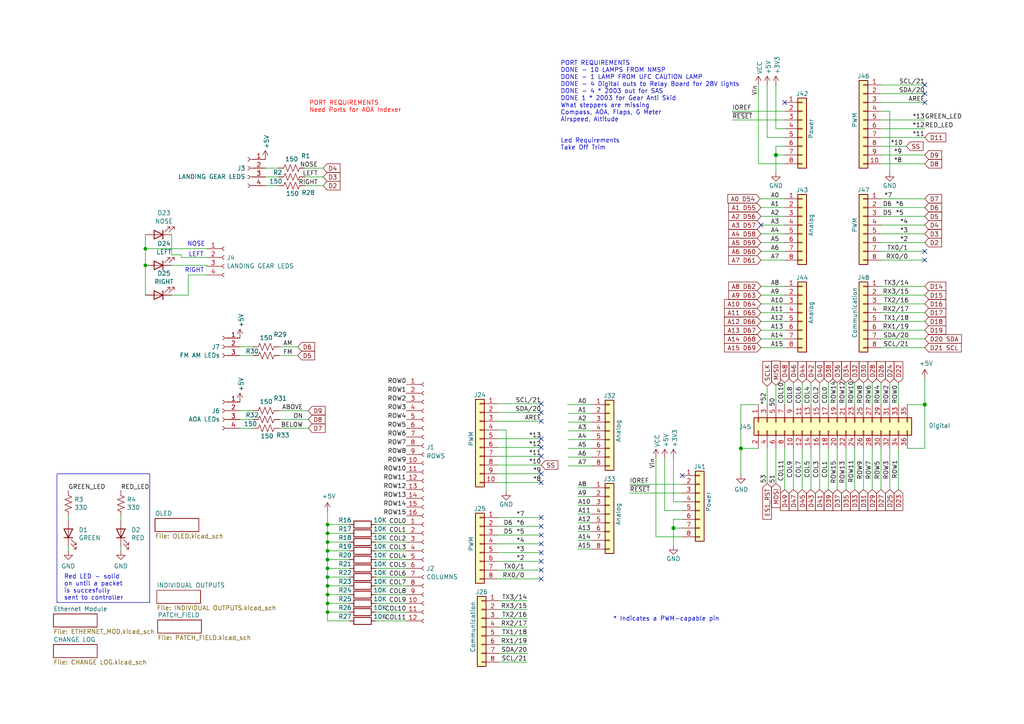
<source format=kicad_sch>
(kicad_sch (version 20231120) (generator "eeschema") (generator_version "8.0")
  (paper "A4")
  (title_block (date "2024-09-10") (rev "1.1"))
  (junction (at 94.996 164.846))
  (junction (at 94.996 157.226))
  (junction (at 94.996 172.466))
  (junction (at 214.884 130.048) (diameter 1.016))
  (junction (at 225.044 44.958) (diameter 1.016))
  (junction (at 42.164 72.136))
  (junction (at 94.996 167.386))
  (junction (at 94.996 177.546))
  (junction (at 42.164 76.962))
  (junction (at 94.996 152.146))
  (junction (at 94.996 159.766))
  (junction (at 94.996 154.686))
  (junction (at 94.996 169.926))
  (junction (at 94.996 175.006))
  (junction (at 94.996 162.306))
  (junction (at 195.326 153.162) (diameter 1.016))
  (junction (at 268.224 117.348) (diameter 1.016))
  (no_connect (at 156.972 167.894))
  (no_connect (at 156.972 162.814))
  (no_connect (at 156.972 117.094))
  (no_connect (at 156.972 165.354))
  (no_connect (at 156.972 129.794))
  (no_connect (at 156.972 122.174))
  (no_connect (at 156.972 132.334))
  (no_connect (at 156.972 139.954))
  (no_connect (at 156.972 152.654))
  (no_connect (at 156.972 119.634))
  (no_connect (at 156.972 137.414))
  (no_connect (at 156.972 150.114))
  (no_connect (at 197.866 137.922))
  (no_connect (at 156.972 160.274))
  (no_connect (at 220.726 65.278))
  (no_connect (at 156.972 155.194))
  (no_connect (at 156.972 127.254))
  (no_connect (at 227.584 29.718))
  (no_connect (at 268.224 29.718))
  (no_connect (at 268.224 27.178))
  (no_connect (at 268.224 24.638))
  (no_connect (at 268.224 72.898))
  (no_connect (at 268.224 75.438))
  (no_connect (at 156.972 157.734))
  (wire (pts (xy 108.966 175.006) (xy 117.856 175.006)))
  (wire (pts (xy 255.524 75.438) (xy 268.224 75.438)))
  (wire (pts (xy 255.524 42.418) (xy 262.89 42.418)))
  (wire (pts (xy 220.472 57.658) (xy 227.584 57.658)))
  (polyline (pts (xy 43.434 174.752) (xy 43.434 137.414)))
  (wire (pts (xy 76.962 53.848) (xy 80.772 53.848)))
  (wire (pts (xy 81.026 103.124) (xy 86.36 103.124)))
  (wire (pts (xy 94.996 175.006) (xy 94.996 177.546)))
  (wire (pts (xy 144.272 167.894) (xy 156.972 167.894)))
  (wire (pts (xy 101.346 169.926) (xy 94.996 169.926)))
  (wire (pts (xy 220.726 62.738) (xy 227.584 62.738)))
  (wire (pts (xy 69.596 100.584) (xy 73.406 100.584)))
  (wire (pts (xy 190.246 155.702) (xy 190.246 132.842)))
  (wire (pts (xy 76.962 48.768) (xy 80.772 48.768)))
  (wire (pts (xy 237.744 110.998) (xy 237.744 117.348)))
  (wire (pts (xy 220.726 83.058) (xy 227.584 83.058)))
  (wire (pts (xy 255.524 24.638) (xy 268.224 24.638)))
  (polyline (pts (xy 16.51 137.414) (xy 43.434 137.414)))
  (wire (pts (xy 220.726 100.838) (xy 227.584 100.838)))
  (wire (pts (xy 146.812 124.714) (xy 146.812 142.494)))
  (wire (pts (xy 144.272 160.274) (xy 156.972 160.274)))
  (wire (pts (xy 54.61 85.598) (xy 54.61 79.756)))
  (wire (pts (xy 268.224 117.348) (xy 268.224 130.048)))
  (wire (pts (xy 101.346 152.146) (xy 94.996 152.146)))
  (wire (pts (xy 309.372 70.358) (xy 315.468 70.358)))
  (wire (pts (xy 219.964 117.348) (xy 214.884 117.348)))
  (wire (pts (xy 220.726 90.678) (xy 227.584 90.678)))
  (wire (pts (xy 164.846 130.048) (xy 171.704 130.048)))
  (wire (pts (xy 81.026 119.126) (xy 89.408 119.126)))
  (wire (pts (xy 245.364 110.998) (xy 245.364 117.348)))
  (wire (pts (xy 255.524 88.138) (xy 268.224 88.138)))
  (wire (pts (xy 225.044 42.418) (xy 225.044 44.958)))
  (wire (pts (xy 220.726 75.438) (xy 227.584 75.438)))
  (wire (pts (xy 101.346 157.226) (xy 94.996 157.226)))
  (wire (pts (xy 242.824 130.048) (xy 242.824 141.986)))
  (wire (pts (xy 232.664 110.998) (xy 232.664 117.348)))
  (wire (pts (xy 164.846 135.128) (xy 171.704 135.128)))
  (wire (pts (xy 108.966 164.846) (xy 117.856 164.846)))
  (wire (pts (xy 42.164 76.962) (xy 42.164 85.598)))
  (wire (pts (xy 197.866 155.702) (xy 190.246 155.702)))
  (wire (pts (xy 94.996 180.086) (xy 101.346 180.086)))
  (wire (pts (xy 225.044 111.76) (xy 225.044 117.348)))
  (wire (pts (xy 94.996 177.546) (xy 101.346 177.546)))
  (wire (pts (xy 144.272 132.334) (xy 156.972 132.334)))
  (wire (pts (xy 94.996 177.546) (xy 94.996 180.086)))
  (wire (pts (xy 81.026 100.584) (xy 86.36 100.584)))
  (wire (pts (xy 49.784 85.598) (xy 54.61 85.598)))
  (wire (pts (xy 108.966 154.686) (xy 117.856 154.686)))
  (wire (pts (xy 101.346 162.306) (xy 94.996 162.306)))
  (wire (pts (xy 225.044 44.958) (xy 225.044 50.038)))
  (wire (pts (xy 167.64 154.178) (xy 171.704 154.178)))
  (wire (pts (xy 255.524 130.048) (xy 255.524 141.986)))
  (wire (pts (xy 182.626 140.462) (xy 197.866 140.462)))
  (wire (pts (xy 225.044 37.338) (xy 227.584 37.338)))
  (wire (pts (xy 144.272 137.414) (xy 156.972 137.414)))
  (wire (pts (xy 240.284 130.048) (xy 240.284 141.986)))
  (wire (pts (xy 182.626 143.002) (xy 197.866 143.002)))
  (wire (pts (xy 222.504 39.878) (xy 227.584 39.878)))
  (wire (pts (xy 245.364 130.048) (xy 245.364 141.986)))
  (wire (pts (xy 69.596 121.666) (xy 73.406 121.666)))
  (wire (pts (xy 19.812 149.86) (xy 19.812 150.876)))
  (wire (pts (xy 222.504 24.638) (xy 222.504 39.878)))
  (wire (pts (xy 230.124 130.048) (xy 230.124 141.986)))
  (polyline (pts (xy 16.51 137.668) (xy 16.51 174.752)))
  (wire (pts (xy 252.984 130.048) (xy 252.984 141.986)))
  (wire (pts (xy 94.996 148.336) (xy 94.996 152.146)))
  (wire (pts (xy 220.726 72.898) (xy 227.584 72.898)))
  (wire (pts (xy 144.272 152.654) (xy 156.972 152.654)))
  (wire (pts (xy 108.966 180.086) (xy 117.856 180.086)))
  (wire (pts (xy 255.524 34.798) (xy 268.224 34.798)))
  (wire (pts (xy 220.726 98.298) (xy 227.584 98.298)))
  (wire (pts (xy 108.966 157.226) (xy 117.856 157.226)))
  (wire (pts (xy 225.044 24.638) (xy 225.044 37.338)))
  (wire (pts (xy 220.726 88.138) (xy 227.584 88.138)))
  (wire (pts (xy 255.524 57.658) (xy 268.224 57.658)))
  (wire (pts (xy 255.524 37.338) (xy 268.224 37.338)))
  (wire (pts (xy 255.524 60.198) (xy 268.224 60.198)))
  (wire (pts (xy 144.78 174.244) (xy 152.908 174.244)))
  (wire (pts (xy 144.272 119.634) (xy 156.972 119.634)))
  (wire (pts (xy 167.64 144.018) (xy 171.704 144.018)))
  (wire (pts (xy 255.524 90.678) (xy 268.224 90.678)))
  (wire (pts (xy 164.846 122.428) (xy 171.704 122.428)))
  (wire (pts (xy 192.786 132.842) (xy 192.786 148.082)))
  (wire (pts (xy 195.326 132.842) (xy 195.326 145.542)))
  (wire (pts (xy 255.524 95.758) (xy 268.224 95.758)))
  (wire (pts (xy 195.326 150.622) (xy 195.326 153.162)))
  (wire (pts (xy 54.61 79.756) (xy 59.944 79.756)))
  (wire (pts (xy 144.78 179.324) (xy 152.908 179.324)))
  (wire (pts (xy 164.846 127.508) (xy 171.704 127.508)))
  (wire (pts (xy 167.64 149.098) (xy 171.704 149.098)))
  (wire (pts (xy 144.272 124.714) (xy 146.812 124.714)))
  (wire (pts (xy 214.884 117.348) (xy 214.884 130.048)))
  (wire (pts (xy 101.346 175.006) (xy 94.996 175.006)))
  (wire (pts (xy 101.346 172.466) (xy 94.996 172.466)))
  (wire (pts (xy 219.964 130.048) (xy 214.884 130.048)))
  (wire (pts (xy 101.346 154.686) (xy 94.996 154.686)))
  (wire (pts (xy 255.524 44.958) (xy 268.224 44.958)))
  (wire (pts (xy 108.966 162.306) (xy 117.856 162.306)))
  (wire (pts (xy 144.272 165.354) (xy 156.972 165.354)))
  (wire (pts (xy 220.726 67.818) (xy 227.584 67.818)))
  (wire (pts (xy 144.272 157.734) (xy 156.972 157.734)))
  (wire (pts (xy 235.204 110.998) (xy 235.204 117.348)))
  (wire (pts (xy 108.966 172.466) (xy 117.856 172.466)))
  (wire (pts (xy 250.444 130.048) (xy 250.444 141.986)))
  (wire (pts (xy 255.524 65.278) (xy 268.224 65.278)))
  (wire (pts (xy 101.346 159.766) (xy 94.996 159.766)))
  (wire (pts (xy 242.824 110.998) (xy 242.824 117.348)))
  (wire (pts (xy 237.744 130.048) (xy 237.744 141.986)))
  (wire (pts (xy 76.962 51.308) (xy 80.772 51.308)))
  (wire (pts (xy 144.272 129.794) (xy 156.972 129.794)))
  (wire (pts (xy 49.784 68.072) (xy 49.784 73.914)))
  (wire (pts (xy 227.584 130.048) (xy 227.584 141.986)))
  (wire (pts (xy 220.726 70.358) (xy 227.584 70.358)))
  (wire (pts (xy 195.326 153.162) (xy 195.326 158.242)))
  (wire (pts (xy 212.344 32.258) (xy 227.584 32.258)))
  (wire (pts (xy 144.78 176.784) (xy 152.908 176.784)))
  (wire (pts (xy 94.996 172.466) (xy 94.996 175.006)))
  (wire (pts (xy 197.866 150.622) (xy 195.326 150.622)))
  (wire (pts (xy 167.64 156.718) (xy 171.704 156.718)))
  (wire (pts (xy 49.784 73.914) (xy 52.578 73.914)))
  (wire (pts (xy 255.524 85.598) (xy 268.224 85.598)))
  (wire (pts (xy 268.224 109.728) (xy 268.224 117.348)))
  (wire (pts (xy 35.052 158.496) (xy 35.052 159.766)))
  (wire (pts (xy 258.064 32.258) (xy 258.064 50.038)))
  (wire (pts (xy 144.272 162.814) (xy 156.972 162.814)))
  (wire (pts (xy 94.996 169.926) (xy 94.996 172.466)))
  (wire (pts (xy 255.524 100.838) (xy 268.224 100.838)))
  (wire (pts (xy 167.64 159.258) (xy 171.704 159.258)))
  (wire (pts (xy 144.78 192.024) (xy 152.908 192.024)))
  (wire (pts (xy 255.524 29.718) (xy 268.224 29.718)))
  (wire (pts (xy 49.784 76.962) (xy 59.944 76.962)))
  (wire (pts (xy 167.64 141.478) (xy 171.704 141.478)))
  (wire (pts (xy 263.144 117.348) (xy 268.224 117.348)))
  (wire (pts (xy 260.604 110.998) (xy 260.604 117.348)))
  (wire (pts (xy 255.524 93.218) (xy 268.224 93.218)))
  (wire (pts (xy 42.164 72.136) (xy 42.164 76.962)))
  (wire (pts (xy 220.726 65.278) (xy 227.584 65.278)))
  (wire (pts (xy 81.026 124.206) (xy 89.408 124.206)))
  (wire (pts (xy 35.052 149.86) (xy 35.052 150.876)))
  (wire (pts (xy 144.78 186.944) (xy 152.908 186.944)))
  (wire (pts (xy 52.578 74.676) (xy 59.944 74.676)))
  (wire (pts (xy 220.726 95.758) (xy 227.584 95.758)))
  (wire (pts (xy 167.64 151.638) (xy 171.704 151.638)))
  (wire (pts (xy 212.344 34.798) (xy 227.584 34.798)))
  (wire (pts (xy 108.966 167.386) (xy 117.856 167.386)))
  (wire (pts (xy 227.584 44.958) (xy 225.044 44.958)))
  (wire (pts (xy 164.592 117.348) (xy 171.704 117.348)))
  (wire (pts (xy 258.064 110.998) (xy 258.064 117.348)))
  (wire (pts (xy 94.996 164.846) (xy 94.996 167.386)))
  (wire (pts (xy 144.272 155.194) (xy 156.972 155.194)))
  (wire (pts (xy 315.468 95.758) (xy 309.88 95.758)))
  (wire (pts (xy 195.326 145.542) (xy 197.866 145.542)))
  (wire (pts (xy 250.444 110.998) (xy 250.444 117.348)))
  (polyline (pts (xy 16.51 174.752) (xy 43.434 174.752)))
  (wire (pts (xy 315.468 88.138) (xy 309.88 88.138)))
  (wire (pts (xy 144.272 150.114) (xy 156.972 150.114)))
  (wire (pts (xy 220.726 60.198) (xy 227.584 60.198)))
  (wire (pts (xy 255.524 110.998) (xy 255.524 117.348)))
  (wire (pts (xy 81.026 121.666) (xy 89.408 121.666)))
  (wire (pts (xy 227.584 47.498) (xy 219.964 47.498)))
  (wire (pts (xy 222.504 112.014) (xy 222.504 117.348)))
  (wire (pts (xy 220.726 85.598) (xy 227.584 85.598)))
  (wire (pts (xy 230.124 110.998) (xy 230.124 117.348)))
  (wire (pts (xy 225.044 130.048) (xy 225.044 140.208)))
  (wire (pts (xy 247.904 110.998) (xy 247.904 117.348)))
  (wire (pts (xy 69.596 103.124) (xy 73.406 103.124)))
  (wire (pts (xy 255.524 83.058) (xy 268.224 83.058)))
  (wire (pts (xy 247.904 130.048) (xy 247.904 141.986)))
  (wire (pts (xy 164.846 132.588) (xy 171.704 132.588)))
  (wire (pts (xy 88.392 51.308) (xy 93.726 51.308)))
  (wire (pts (xy 144.78 181.864) (xy 152.908 181.864)))
  (wire (pts (xy 144.272 127.254) (xy 156.972 127.254)))
  (wire (pts (xy 222.504 130.048) (xy 222.504 140.208)))
  (wire (pts (xy 255.524 32.258) (xy 258.064 32.258)))
  (wire (pts (xy 232.664 130.048) (xy 232.664 141.986)))
  (wire (pts (xy 88.392 53.848) (xy 93.726 53.848)))
  (wire (pts (xy 220.726 93.218) (xy 227.584 93.218)))
  (wire (pts (xy 227.584 42.418) (xy 225.044 42.418)))
  (wire (pts (xy 144.272 117.094) (xy 156.972 117.094)))
  (wire (pts (xy 144.78 184.404) (xy 152.908 184.404)))
  (wire (pts (xy 94.996 157.226) (xy 94.996 159.766)))
  (wire (pts (xy 101.346 164.846) (xy 94.996 164.846)))
  (wire (pts (xy 69.596 119.126) (xy 73.406 119.126)))
  (wire (pts (xy 315.468 93.218) (xy 309.88 93.218)))
  (wire (pts (xy 255.524 39.878) (xy 268.224 39.878)))
  (wire (pts (xy 315.468 100.838) (xy 309.88 100.838)))
  (wire (pts (xy 94.996 167.386) (xy 94.996 169.926)))
  (wire (pts (xy 197.866 153.162) (xy 195.326 153.162)))
  (wire (pts (xy 144.272 139.954) (xy 156.972 139.954)))
  (wire (pts (xy 108.966 159.766) (xy 117.856 159.766)))
  (wire (pts (xy 255.524 62.738) (xy 268.224 62.738)))
  (wire (pts (xy 144.78 189.484) (xy 152.908 189.484)))
  (wire (pts (xy 94.996 152.146) (xy 94.996 154.686)))
  (wire (pts (xy 164.846 124.968) (xy 171.704 124.968)))
  (wire (pts (xy 255.524 98.298) (xy 268.224 98.298)))
  (wire (pts (xy 52.578 73.914) (xy 52.578 74.676)))
  (wire (pts (xy 88.392 48.768) (xy 93.726 48.768)))
  (wire (pts (xy 268.224 130.048) (xy 263.144 130.048)))
  (wire (pts (xy 227.584 110.998) (xy 227.584 117.348)))
  (wire (pts (xy 315.468 90.678) (xy 309.88 90.678)))
  (wire (pts (xy 42.164 72.136) (xy 59.944 72.136)))
  (wire (pts (xy 94.996 162.306) (xy 94.996 164.846)))
  (wire (pts (xy 42.164 68.072) (xy 42.164 72.136)))
  (wire (pts (xy 260.604 130.048) (xy 260.604 141.986)))
  (wire (pts (xy 255.524 27.178) (xy 268.224 27.178)))
  (wire (pts (xy 258.064 130.048) (xy 258.064 141.986)))
  (wire (pts (xy 255.524 70.358) (xy 268.224 70.358)))
  (wire (pts (xy 252.984 110.998) (xy 252.984 117.348)))
  (wire (pts (xy 59.944 76.962) (xy 59.944 77.216)))
  (wire (pts (xy 108.966 177.546) (xy 117.856 177.546)))
  (wire (pts (xy 255.524 67.818) (xy 268.224 67.818)))
  (wire (pts (xy 164.846 119.888) (xy 171.704 119.888)))
  (wire (pts (xy 108.966 152.146) (xy 117.856 152.146)))
  (wire (pts (xy 235.204 130.048) (xy 235.204 141.986)))
  (wire (pts (xy 94.996 154.686) (xy 94.996 157.226)))
  (wire (pts (xy 167.64 146.558) (xy 171.704 146.558)))
  (wire (pts (xy 255.524 72.898) (xy 268.224 72.898)))
  (wire (pts (xy 144.272 122.174) (xy 156.972 122.174)))
  (wire (pts (xy 219.964 47.498) (xy 219.964 24.638)))
  (wire (pts (xy 214.884 130.048) (xy 214.884 137.668)))
  (wire (pts (xy 144.272 134.874) (xy 156.972 134.874)))
  (wire (pts (xy 192.786 148.082) (xy 197.866 148.082)))
  (wire (pts (xy 19.812 158.496) (xy 19.812 159.766)))
  (wire (pts (xy 240.284 110.998) (xy 240.284 117.348)))
  (wire (pts (xy 94.996 159.766) (xy 94.996 162.306)))
  (wire (pts (xy 315.468 98.298) (xy 309.88 98.298)))
  (wire (pts (xy 108.966 169.926) (xy 117.856 169.926)))
  (wire (pts (xy 255.524 47.498) (xy 268.224 47.498)))
  (wire (pts (xy 101.346 167.386) (xy 94.996 167.386)))
  (wire (pts (xy 69.596 124.206) (xy 73.406 124.206)))
  (text "LEFT" (at 56.896 73.914 0) (effects (font (size 1.27 1.27))))
  (text "PORT REQUIREMENTS\nNeed Ports for AOA Indexer\n" (at 89.662 32.766 0) (effects (font (size 1.27 1.27)) (justify left bottom)))
  (text "RIGHT" (at 56.388 78.486 0) (effects (font (size 1.27 1.27))))
  (text "NOSE" (at 56.896 70.866 0) (effects (font (size 1.27 1.27))))
  (text "Red LED - solid\non until a packet\nis succesfully \nsent to controller" (at 18.542 174.244 0) (effects (font (size 1.27 1.27)) (justify left bottom)))
  (text "* Indicates a PWM-capable pin" (at 177.8 180.34 0) (effects (font (size 1.27 1.27)) (justify left bottom)))
  (text "PORT REQUIREMENTS\nDONE - 10 LAMPS FROM NMSP\nDONE - 1 LAMP FROM UFC CAUTION LAMP\nDONE - 4 Digital outs to Relay Board for 28V lights\nDONE - 4 * 2003 out for SAS\nDONE 1 * 2003 for Gear Anti Skid\nWhat steppers are missing\nCompass, AOA, Flaps, G Meter\nAirspeed, Altitude\n\n\nLed Requirements \nTake Off Trim\n" (at 162.56 43.688 0) (effects (font (size 1.27 1.27)) (justify left bottom)))
  (label "A10" (at 223.52 88.138 0))
  (label "*6" (at 152.146 152.654 180))
  (label "RX0{slash}0" (at 263.398 75.438 180))
  (label "A15" (at 223.52 100.838 0))
  (label "NOSE" (at 92.202 48.768 180))
  (label "D6" (at 146.05 152.654 0))
  (label "A2" (at 223.52 62.738 0))
  (label "RX2{slash}17" (at 263.652 90.678 180))
  (label "ROW10" (at 117.856 136.906 180))
  (label "A10" (at 167.64 146.558 0))
  (label "*4" (at 263.398 65.278 180))
  (label "*8" (at 156.972 139.954 180))
  (label "D5" (at 256.032 62.738 0))
  (label "A9" (at 167.64 144.018 0))
  (label "ROW10" (at 247.904 117.094 90))
  (label "RX3{slash}15" (at 152.908 176.784 180))
  (label "ROW15" (at 242.824 133.604 270))
  (label "SDA{slash}20" (at 263.652 98.298 180))
  (label "ROW14" (at 242.824 117.094 90))
  (label "COL2" (at 237.744 117.094 90))
  (label "RX1{slash}19" (at 152.908 186.944 180))
  (label "*2" (at 152.146 162.814 180))
  (label "*2" (at 263.398 70.358 180))
  (label "Vin" (at 190.246 132.842 270))
  (label "*13" (at 156.972 127.254 180))
  (label "TX1{slash}18" (at 263.652 93.218 180))
  (label "ROW7" (at 117.856 129.286 180))
  (label "A4" (at 167.64 127.508 0))
  (label "A3" (at 223.52 65.278 0))
  (label "*5" (at 152.146 155.194 180))
  (label "*13" (at 268.224 34.798 180))
  (label "LEFT" (at 92.202 51.308 180))
  (label "GREEN_LED" (at 268.224 34.798 0))
  (label "ROW11" (at 117.856 139.446 180))
  (label "ROW9" (at 250.444 133.604 270))
  (label "*52" (at 222.504 113.792 270))
  (label "*12" (at 268.224 37.338 180))
  (label "*10" (at 156.972 134.874 180))
  (label "FM" (at 84.836 103.124 180))
  (label "RED_LED" (at 35.052 142.24 0))
  (label "AM" (at 84.836 100.584 180))
  (label "~{RESET}" (at 212.344 34.798 0))
  (label "D6" (at 256.032 60.198 0))
  (label "COL10" (at 117.856 177.546 180))
  (label "ROW11" (at 247.904 133.35 270))
  (label "A5" (at 167.64 130.048 0))
  (label "ROW8" (at 250.444 117.094 90))
  (label "COL8" (at 230.124 117.094 90))
  (label "COL5" (at 235.204 133.604 270))
  (label "*10" (at 261.874 42.418 180))
  (label "COL6" (at 117.856 167.386 180))
  (label "COL11" (at 117.856 180.086 180))
  (label "ROW5" (at 255.524 133.604 270))
  (label "*4" (at 152.146 157.734 180))
  (label "D5" (at 146.05 155.194 0))
  (label "ROW4" (at 117.856 121.666 180))
  (label "ROW3" (at 258.064 133.604 270))
  (label "*12" (at 156.972 129.794 180))
  (label "A1" (at 167.64 119.888 0))
  (label "ROW5" (at 117.856 124.206 180))
  (label "TX3{slash}14" (at 152.908 174.244 180))
  (label "*9" (at 156.972 137.414 180))
  (label "COL7" (at 232.664 133.604 270))
  (label "A15" (at 167.64 159.258 0))
  (label "A0" (at 167.64 117.348 0))
  (label "SCL{slash}21" (at 152.908 192.024 180))
  (label "A13" (at 223.52 95.758 0))
  (label "SDA{slash}20" (at 156.972 119.634 180))
  (label "ABOVE" (at 87.884 119.126 180))
  (label "ROW9" (at 117.856 134.366 180))
  (label "ROW12" (at 117.856 141.986 180))
  (label "A12" (at 167.64 151.638 0))
  (label "51" (at 225.044 140.208 90))
  (label "COL7" (at 117.856 169.926 180))
  (label "*7" (at 258.826 57.658 180))
  (label "SDA{slash}20" (at 268.224 27.178 180))
  (label "ROW2" (at 258.064 117.094 90))
  (label "*8" (at 261.62 47.498 180))
  (label "COL5" (at 117.856 164.846 180))
  (label "RX2{slash}17" (at 152.908 181.864 180))
  (label "ROW13" (at 117.856 144.526 180))
  (label "A9" (at 223.52 85.598 0))
  (label "COL1" (at 240.284 133.604 270))
  (label "ROW3" (at 117.856 119.126 180))
  (label "ROW14" (at 117.856 147.066 180))
  (label "RX0{slash}0" (at 152.146 167.894 180))
  (label "*11" (at 268.224 39.878 180))
  (label "ROW15" (at 117.856 149.606 180))
  (label "COL2" (at 117.856 157.226 180))
  (label "*3" (at 263.398 67.818 180))
  (label "ROW4" (at 255.524 117.094 90))
  (label "A6" (at 223.52 72.898 0))
  (label "COL3" (at 237.744 133.604 270))
  (label "ROW0" (at 117.856 111.506 180))
  (label "ROW6" (at 117.856 126.746 180))
  (label "TX1{slash}18" (at 152.908 184.404 180))
  (label "RED_LED" (at 268.224 37.338 0))
  (label "A1" (at 223.52 60.198 0))
  (label "53" (at 222.504 140.208 90))
  (label "SDA{slash}20" (at 152.908 189.484 180))
  (label "TX0{slash}1" (at 263.398 72.898 180))
  (label "AREF" (at 156.972 122.174 180))
  (label "A13" (at 167.64 154.178 0))
  (label "COL9" (at 230.124 133.604 270))
  (label "RX1{slash}19" (at 263.652 95.758 180))
  (label "IOREF" (at 182.626 140.462 0))
  (label "A0" (at 223.52 57.658 0))
  (label "AREF" (at 268.224 29.718 180))
  (label "COL3" (at 117.856 159.766 180))
  (label "A14" (at 223.52 98.298 0))
  (label "A8" (at 223.52 83.058 0))
  (label "A7" (at 167.64 135.128 0))
  (label "Vin" (at 219.964 24.638 270))
  (label "ROW0" (at 260.604 117.094 90))
  (label "A6" (at 167.64 132.588 0))
  (label "*6" (at 262.128 60.198 180))
  (label "SCL{slash}21" (at 268.224 24.638 180))
  (label "COL4" (at 235.204 117.094 90))
  (label "ROW8" (at 117.856 131.826 180))
  (label "*9" (at 261.62 44.958 180))
  (label "~{RESET}" (at 182.626 143.002 0))
  (label "ROW1" (at 117.856 114.046 180))
  (label "50" (at 225.044 115.316 270))
  (label "TX2{slash}16" (at 263.652 88.138 180))
  (label "ROW7" (at 252.984 133.604 270))
  (label "ROW12" (at 245.364 117.094 90))
  (label "TX0{slash}1" (at 152.146 165.354 180))
  (label "ROW1" (at 260.604 133.35 270))
  (label "*5" (at 262.128 62.738 180))
  (label "COL6" (at 232.664 117.094 90))
  (label "*11" (at 156.972 132.334 180))
  (label "A2" (at 167.64 122.428 0))
  (label "ROW13" (at 245.364 133.604 270))
  (label "IOREF" (at 212.344 32.258 0))
  (label "TX2{slash}16" (at 152.908 179.324 180))
  (label "*7" (at 152.146 150.114 180))
  (label "GREEN_LED" (at 19.812 142.24 0))
  (label "COL0" (at 240.284 117.094 90))
  (label "A7" (at 223.52 75.438 0))
  (label "COL1" (at 117.856 154.686 180))
  (label "A3" (at 167.64 124.968 0))
  (label "A11" (at 223.52 90.678 0))
  (label "A4" (at 223.52 67.818 0))
  (label "ROW6" (at 252.984 117.094 90))
  (label "RIGHT" (at 92.202 53.848 180))
  (label "A5" (at 223.52 70.358 0))
  (label "RX3{slash}15" (at 263.652 85.598 180))
  (label "SCL{slash}21" (at 156.972 117.094 180))
  (label "TX3{slash}14" (at 263.652 83.058 180))
  (label "COL11" (at 227.584 133.35 270))
  (label "A11" (at 167.64 149.098 0))
  (label "ROW2" (at 117.856 116.586 180))
  (label "BELOW" (at 87.884 124.206 180))
  (label "COL0" (at 117.856 152.146 180))
  (label "A8" (at 167.64 141.478 0))
  (label "COL10" (at 227.584 117.094 90))
  (label "ON" (at 87.884 121.666 180))
  (label "*3" (at 152.146 160.274 180))
  (label "COL9" (at 117.856 175.006 180))
  (label "A12" (at 223.52 93.218 0))
  (label "A14" (at 167.64 156.718 0))
  (label "COL4" (at 117.856 162.306 180))
  (label "SCL{slash}21" (at 263.652 100.838 180))
  (label "COL8" (at 117.856 172.466 180))
  (global_label "D2" (shape input) (at 309.372 70.358 180) (property "Intersheetrefs" "${INTERSHEET_REFS}" (effects (hide yes))))
  (global_label "D48" (shape input) (at 227.584 110.998 90) (property "Intersheetrefs" "${INTERSHEET_REFS}" (effects (hide yes))))
  (global_label "D7" (shape input) (at 89.408 124.206 0) (property "Intersheetrefs" "${INTERSHEET_REFS}" (effects (hide yes))))
  (global_label "D33" (shape input) (at 247.904 141.986 270) (property "Intersheetrefs" "${INTERSHEET_REFS}" (effects (hide yes))))
  (global_label "D40" (shape input) (at 237.744 110.998 90) (property "Intersheetrefs" "${INTERSHEET_REFS}" (effects (hide yes))))
  (global_label "D47" (shape input) (at 230.124 141.986 270) (property "Intersheetrefs" "${INTERSHEET_REFS}" (effects (hide yes))))
  (global_label "A1 D55" (shape input) (at 220.726 60.198 180) (property "Intersheetrefs" "${INTERSHEET_REFS}" (effects (hide yes))))
  (global_label "D21 SCL" (shape input) (at 309.88 100.838 180) (property "Intersheetrefs" "${INTERSHEET_REFS}" (effects (hide yes))))
  (global_label "A15 D69" (shape input) (at 220.726 100.838 180) (property "Intersheetrefs" "${INTERSHEET_REFS}" (effects (hide yes))))
  (global_label "D28" (shape input) (at 252.984 110.998 90) (property "Intersheetrefs" "${INTERSHEET_REFS}" (effects (hide yes))))
  (global_label "D2" (shape input) (at 93.726 53.848 0) (property "Intersheetrefs" "${INTERSHEET_REFS}" (effects (hide yes))))
  (global_label "D32" (shape input) (at 247.904 110.998 90) (property "Intersheetrefs" "${INTERSHEET_REFS}" (effects (hide yes))))
  (global_label "D24" (shape input) (at 258.064 110.998 90) (property "Intersheetrefs" "${INTERSHEET_REFS}" (effects (hide yes))))
  (global_label "D35" (shape input) (at 245.364 141.986 270) (property "Intersheetrefs" "${INTERSHEET_REFS}" (effects (hide yes))))
  (global_label "A2 D56" (shape input) (at 220.726 62.738 180) (property "Intersheetrefs" "${INTERSHEET_REFS}" (effects (hide yes))))
  (global_label "SS" (shape input) (at 156.972 134.874 0) (property "Intersheetrefs" "${INTERSHEET_REFS}" (effects (hide yes))))
  (global_label "D3" (shape input) (at 268.224 67.818 0) (property "Intersheetrefs" "${INTERSHEET_REFS}" (effects (hide yes))))
  (global_label "D16" (shape input) (at 309.88 88.138 180) (property "Intersheetrefs" "${INTERSHEET_REFS}" (effects (hide yes))))
  (global_label "I2C_SEL_A2" (shape input) (at 315.468 95.758 0) (property "Intersheetrefs" "${INTERSHEET_REFS}" (effects (hide yes))))
  (global_label "SS" (shape input) (at 262.89 42.418 0) (property "Intersheetrefs" "${INTERSHEET_REFS}" (effects (hide yes))))
  (global_label "D17" (shape input) (at 268.224 90.678 0) (property "Intersheetrefs" "${INTERSHEET_REFS}" (effects (hide yes))))
  (global_label "D38" (shape input) (at 240.284 110.998 90) (property "Intersheetrefs" "${INTERSHEET_REFS}" (effects (hide yes))))
  (global_label "D5" (shape input) (at 86.36 103.124 0) (property "Intersheetrefs" "${INTERSHEET_REFS}" (effects (hide yes))))
  (global_label "D6" (shape input) (at 86.36 100.584 0) (property "Intersheetrefs" "${INTERSHEET_REFS}" (effects (hide yes))))
  (global_label "D8" (shape input) (at 268.224 47.498 0) (property "Intersheetrefs" "${INTERSHEET_REFS}" (effects (hide yes))))
  (global_label "D43" (shape input) (at 235.204 141.986 270) (property "Intersheetrefs" "${INTERSHEET_REFS}" (effects (hide yes))))
  (global_label "A14 D68" (shape input) (at 220.726 98.298 180) (property "Intersheetrefs" "${INTERSHEET_REFS}" (effects (hide yes))))
  (global_label "I2C_SEL_RESET" (shape input) (at 315.468 88.138 0) (property "Intersheetrefs" "${INTERSHEET_REFS}" (effects (hide yes))))
  (global_label "D26" (shape input) (at 255.524 110.998 90) (property "Intersheetrefs" "${INTERSHEET_REFS}" (effects (hide yes))))
  (global_label "D39" (shape input) (at 240.284 141.986 270) (property "Intersheetrefs" "${INTERSHEET_REFS}" (effects (hide yes))))
  (global_label "ES1_RST" (shape input) (at 222.504 140.208 270) (property "Intersheetrefs" "${INTERSHEET_REFS}" (effects (hide yes))))
  (global_label "D45" (shape input) (at 232.664 141.986 270) (property "Intersheetrefs" "${INTERSHEET_REFS}" (effects (hide yes))))
  (global_label "D27" (shape input) (at 255.524 141.986 270) (property "Intersheetrefs" "${INTERSHEET_REFS}" (effects (hide yes))))
  (global_label "D4" (shape input) (at 93.726 48.768 0) (property "Intersheetrefs" "${INTERSHEET_REFS}" (effects (hide yes))))
  (global_label "MISO" (shape input) (at 225.044 111.76 90) (property "Intersheetrefs" "${INTERSHEET_REFS}" (effects (hide yes))))
  (global_label "A10 D64" (shape input) (at 220.726 88.138 180) (property "Intersheetrefs" "${INTERSHEET_REFS}" (effects (hide yes))))
  (global_label "D8" (shape input) (at 89.408 121.666 0) (property "Intersheetrefs" "${INTERSHEET_REFS}" (effects (hide yes))))
  (global_label "D19" (shape input) (at 268.224 95.758 0) (property "Intersheetrefs" "${INTERSHEET_REFS}" (effects (hide yes))))
  (global_label "A0 D54" (shape input) (at 220.472 57.658 180) (property "Intersheetrefs" "${INTERSHEET_REFS}" (effects (hide yes))))
  (global_label "A9 D63" (shape input) (at 220.726 85.598 180) (property "Intersheetrefs" "${INTERSHEET_REFS}" (effects (hide yes))))
  (global_label "D9" (shape input) (at 268.224 44.958 0) (property "Intersheetrefs" "${INTERSHEET_REFS}" (effects (hide yes))))
  (global_label "D5" (shape input) (at 268.224 62.738 0) (property "Intersheetrefs" "${INTERSHEET_REFS}" (effects (hide yes))))
  (global_label "A8 D62" (shape input) (at 220.726 83.058 180) (property "Intersheetrefs" "${INTERSHEET_REFS}" (effects (hide yes))))
  (global_label "D46" (shape input) (at 230.124 110.998 90) (property "Intersheetrefs" "${INTERSHEET_REFS}" (effects (hide yes))))
  (global_label "SCL" (shape input) (at 315.468 100.838 0) (property "Intersheetrefs" "${INTERSHEET_REFS}" (effects (hide yes))))
  (global_label "MOSI" (shape input) (at 225.044 140.208 270) (property "Intersheetrefs" "${INTERSHEET_REFS}" (effects (hide yes))))
  (global_label "A12 D66" (shape input) (at 220.726 93.218 180) (property "Intersheetrefs" "${INTERSHEET_REFS}" (effects (hide yes))))
  (global_label "D44" (shape input) (at 232.664 110.998 90) (property "Intersheetrefs" "${INTERSHEET_REFS}" (effects (hide yes))))
  (global_label "D25" (shape input) (at 258.064 141.986 270) (property "Intersheetrefs" "${INTERSHEET_REFS}" (effects (hide yes))))
  (global_label "D36" (shape input) (at 242.824 110.998 90) (property "Intersheetrefs" "${INTERSHEET_REFS}" (effects (hide yes))))
  (global_label "D6" (shape input) (at 268.224 60.198 0) (property "Intersheetrefs" "${INTERSHEET_REFS}" (effects (hide yes))))
  (global_label "D7" (shape input) (at 268.224 57.658 0) (property "Intersheetrefs" "${INTERSHEET_REFS}" (effects (hide yes))))
  (global_label "SCLK" (shape input) (at 222.504 112.014 90) (property "Intersheetrefs" "${INTERSHEET_REFS}" (effects (hide yes))))
  (global_label "D2" (shape input) (at 268.224 70.358 0) (property "Intersheetrefs" "${INTERSHEET_REFS}" (effects (hide yes))))
  (global_label "SDA" (shape input) (at 315.468 98.298 0) (property "Intersheetrefs" "${INTERSHEET_REFS}" (effects (hide yes))))
  (global_label "D20 SDA" (shape input) (at 309.88 98.298 180) (property "Intersheetrefs" "${INTERSHEET_REFS}" (effects (hide yes))))
  (global_label "D11" (shape input) (at 268.224 39.878 0) (property "Intersheetrefs" "${INTERSHEET_REFS}" (effects (hide yes))))
  (global_label "D29" (shape input) (at 252.984 141.986 270) (property "Intersheetrefs" "${INTERSHEET_REFS}" (effects (hide yes))))
  (global_label "D14" (shape input) (at 268.224 83.058 0) (property "Intersheetrefs" "${INTERSHEET_REFS}" (effects (hide yes))))
  (global_label "D22" (shape input) (at 260.604 110.998 90) (property "Intersheetrefs" "${INTERSHEET_REFS}" (effects (hide yes))))
  (global_label "D18" (shape input) (at 309.88 93.218 180) (property "Intersheetrefs" "${INTERSHEET_REFS}" (effects (hide yes))))
  (global_label "D16" (shape input) (at 268.224 88.138 0) (property "Intersheetrefs" "${INTERSHEET_REFS}" (effects (hide yes))))
  (global_label "D21 SCL" (shape input) (at 268.224 100.838 0) (property "Intersheetrefs" "${INTERSHEET_REFS}" (effects (hide yes))))
  (global_label "I2C_SEL_A1" (shape input) (at 315.468 93.218 0) (property "Intersheetrefs" "${INTERSHEET_REFS}" (effects (hide yes))))
  (global_label "D34" (shape input) (at 245.364 110.998 90) (property "Intersheetrefs" "${INTERSHEET_REFS}" (effects (hide yes))))
  (global_label "D20 SDA" (shape input) (at 268.224 98.298 0) (property "Intersheetrefs" "${INTERSHEET_REFS}" (effects (hide yes))))
  (global_label "D23" (shape input) (at 260.604 141.986 270) (property "Intersheetrefs" "${INTERSHEET_REFS}" (effects (hide yes))))
  (global_label "D30" (shape input) (at 250.444 110.998 90) (property "Intersheetrefs" "${INTERSHEET_REFS}" (effects (hide yes))))
  (global_label "D18" (shape input) (at 268.224 93.218 0) (property "Intersheetrefs" "${INTERSHEET_REFS}" (effects (hide yes))))
  (global_label "A3 D57" (shape input) (at 220.726 65.278 180) (property "Intersheetrefs" "${INTERSHEET_REFS}" (effects (hide yes))))
  (global_label "BACKLIGHT" (shape input) (at 315.468 70.358 0) (property "Intersheetrefs" "${INTERSHEET_REFS}" (effects (hide yes))))
  (global_label "D15" (shape input) (at 268.224 85.598 0) (property "Intersheetrefs" "${INTERSHEET_REFS}" (effects (hide yes))))
  (global_label "D31" (shape input) (at 250.444 141.986 270) (property "Intersheetrefs" "${INTERSHEET_REFS}" (effects (hide yes))))
  (global_label "A6 D60" (shape input) (at 220.726 72.898 180) (property "Intersheetrefs" "${INTERSHEET_REFS}" (effects (hide yes))))
  (global_label "D19" (shape input) (at 309.88 95.758 180) (property "Intersheetrefs" "${INTERSHEET_REFS}" (effects (hide yes))))
  (global_label "A7 D61" (shape input) (at 220.726 75.438 180) (property "Intersheetrefs" "${INTERSHEET_REFS}" (effects (hide yes))))
  (global_label "A11 D65" (shape input) (at 220.726 90.678 180) (property "Intersheetrefs" "${INTERSHEET_REFS}" (effects (hide yes))))
  (global_label "D3" (shape input) (at 93.726 51.308 0) (property "Intersheetrefs" "${INTERSHEET_REFS}" (effects (hide yes))))
  (global_label "D41" (shape input) (at 237.744 141.986 270) (property "Intersheetrefs" "${INTERSHEET_REFS}" (effects (hide yes))))
  (global_label "D37" (shape input) (at 242.824 141.986 270) (property "Intersheetrefs" "${INTERSHEET_REFS}" (effects (hide yes))))
  (global_label "D49" (shape input) (at 227.584 141.986 270) (property "Intersheetrefs" "${INTERSHEET_REFS}" (effects (hide yes))))
  (global_label "D4" (shape input) (at 268.224 65.278 0) (property "Intersheetrefs" "${INTERSHEET_REFS}" (effects (hide yes))))
  (global_label "A4 D58" (shape input) (at 220.726 67.818 180) (property "Intersheetrefs" "${INTERSHEET_REFS}" (effects (hide yes))))
  (global_label "D9" (shape input) (at 89.408 119.126 0) (property "Intersheetrefs" "${INTERSHEET_REFS}" (effects (hide yes))))
  (global_label "A5 D59" (shape input) (at 220.726 70.358 180) (property "Intersheetrefs" "${INTERSHEET_REFS}" (effects (hide yes))))
  (global_label "A13 D67" (shape input) (at 220.726 95.758 180) (property "Intersheetrefs" "${INTERSHEET_REFS}" (effects (hide yes))))
  (global_label "D17" (shape input) (at 309.88 90.678 180) (property "Intersheetrefs" "${INTERSHEET_REFS}" (effects (hide yes))))
  (global_label "D42" (shape input) (at 235.204 110.998 90) (property "Intersheetrefs" "${INTERSHEET_REFS}" (effects (hide yes))))
  (global_label "I2C_SEL_A0" (shape input) (at 315.468 90.678 0) (property "Intersheetrefs" "${INTERSHEET_REFS}" (effects (hide yes))))
  (symbol (lib_id "Connector_Generic:Conn_01x08") (at 232.664 37.338 0) (unit 1)
    (property "Reference" "J42" (at 232.664 27.178 0))
    (property "Value" "Power" (at 235.204 37.338 90))
    (property "Footprint" "Connector_PinSocket_2.54mm:PinSocket_1x08_P2.54mm_Vertical" (effects (hide yes)))
  )
  (symbol (lib_id "power:+3V3") (at 225.044 24.638 0) (unit 1)
    (property "Reference" "#PWR057" (effects (hide yes)))
    (property "Value" "+3V3" (at 225.425 21.59 90) (effects (justify left)))
  )
  (symbol (lib_id "power:+5V") (at 222.504 24.638 0) (unit 1)
    (property "Reference" "#PWR056" (effects (hide yes)))
    (property "Value" "+5V" (at 222.8596 21.59 90) (effects (justify left)))
  )
  (symbol (lib_id "power:GND") (at 225.044 50.038 0) (unit 1)
    (property "Reference" "#PWR058" (effects (hide yes)))
    (property "Value" "GND" (at 225.044 53.848 0))
  )
  (symbol (lib_id "Connector_Generic:Conn_01x10") (at 250.444 34.798 0) (mirror y) (unit 1)
    (property "Reference" "J46" (at 250.444 22.098 0))
    (property "Value" "PWM" (at 247.904 34.798 90))
    (property "Footprint" "Connector_PinSocket_2.54mm:PinSocket_1x10_P2.54mm_Vertical" (effects (hide yes)))
  )
  (symbol (lib_id "power:GND") (at 258.064 50.038 0) (unit 1)
    (property "Reference" "#PWR059" (effects (hide yes)))
    (property "Value" "GND" (at 258.064 53.848 0))
  )
  (symbol (lib_id "Connector_Generic:Conn_01x08") (at 232.664 65.278 0) (unit 1)
    (property "Reference" "J43" (at 232.664 55.118 0))
    (property "Value" "Analog" (at 235.204 65.278 90))
    (property "Footprint" "Connector_PinSocket_2.54mm:PinSocket_1x08_P2.54mm_Vertical" (effects (hide yes)))
  )
  (symbol (lib_id "Connector_Generic:Conn_01x08") (at 250.444 65.278 0) (mirror y) (unit 1)
    (property "Reference" "J47" (at 250.444 55.118 0))
    (property "Value" "PWM" (at 247.904 65.278 90))
    (property "Footprint" "Connector_PinSocket_2.54mm:PinSocket_1x08_P2.54mm_Vertical" (effects (hide yes)))
  )
  (symbol (lib_id "Connector_Generic:Conn_01x08") (at 232.664 90.678 0) (unit 1)
    (property "Reference" "J44" (at 232.664 80.518 0))
    (property "Value" "Analog" (at 235.204 90.678 90))
    (property "Footprint" "Connector_PinSocket_2.54mm:PinSocket_1x08_P2.54mm_Vertical" (effects (hide yes)))
  )
  (symbol (lib_id "Connector_Generic:Conn_01x08") (at 250.444 90.678 0) (mirror y) (unit 1)
    (property "Reference" "J48" (at 250.444 80.518 0))
    (property "Value" "Communication" (at 247.904 90.678 90))
    (property "Footprint" "Connector_PinSocket_2.54mm:PinSocket_1x08_P2.54mm_Vertical" (effects (hide yes)))
  )
  (symbol (lib_id "Connector_Generic:Conn_02x18_Odd_Even") (at 240.284 122.428 90) (mirror x) (unit 1)
    (property "Reference" "J45" (at 217.9319 123.8186 90) (effects (justify left)))
    (property "Value" "Digital" (at 272.542 123.444 90))
    (property "Footprint" "Connector_PinSocket_2.54mm:PinSocket_2x18_P2.54mm_Vertical" (effects (hide yes)))
  )
  (symbol (lib_id "power:GND") (at 214.884 137.668 0) (unit 1)
    (property "Reference" "#PWR054" (effects (hide yes)))
    (property "Value" "GND" (at 214.9983 141.9924 0))
  )
  (symbol (lib_id "power:+5V") (at 268.224 109.728 0) (unit 1)
    (property "Reference" "#PWR060" (effects (hide yes)))
    (property "Value" "+5V" (at 268.5923 105.4036 0))
  )
  (symbol (lib_id "Connector:Conn_01x04_Female") (at 64.516 119.126 0) (mirror y) (unit 1)
    (property "Reference" "J6" (at 63.8048 119.1839 0) (effects (justify left)))
    (property "Value" "AOA LEDs" (at 63.8048 121.6081 0) (effects (justify left)))
    (property "Footprint" "Connector_Molex:Molex_KK-254_AE-6410-04A_1x04_P2.54mm_Vertical" (effects (hide yes)))
  )
  (symbol (lib_id "Device:R") (at 105.156 162.306 90) (unit 1)
    (property "Reference" "R20" (at 100.076 161.036 90))
    (property "Value" "10K" (at 110.236 161.036 90))
    (property "Footprint" "Resistor_THT:R_Axial_DIN0204_L3.6mm_D1.6mm_P2.54mm_Vertical" (effects (hide yes)))
  )
  (symbol (lib_id "Device:R_US") (at 35.052 146.05 0) (unit 1)
    (property "Reference" "R4" (at 36.7792 144.8816 0) (effects (justify left)))
    (property "Value" "330" (at 36.7792 147.193 0) (effects (justify left)))
    (property "Footprint" "Resistor_THT:R_Axial_DIN0204_L3.6mm_D1.6mm_P2.54mm_Vertical" (effects (hide yes)))
  )
  (symbol (lib_id "Connector_Generic:Conn_01x08") (at 202.946 145.542 0) (unit 1)
    (property "Reference" "J41" (at 202.946 135.382 0))
    (property "Value" "Power" (at 205.486 145.542 90))
    (property "Footprint" "Connector_PinSocket_2.54mm:PinSocket_1x08_P2.54mm_Vertical" (effects (hide yes)))
  )
  (symbol (lib_id "Device:R") (at 105.156 172.466 90) (unit 1)
    (property "Reference" "R24" (at 100.076 171.196 90))
    (property "Value" "10K" (at 110.236 171.196 90))
    (property "Footprint" "Resistor_THT:R_Axial_DIN0204_L3.6mm_D1.6mm_P2.54mm_Vertical" (effects (hide yes)))
  )
  (symbol (lib_id "Device:R") (at 105.156 177.546 90) (unit 1)
    (property "Reference" "R26" (at 100.076 176.276 90))
    (property "Value" "10K" (at 110.236 176.276 90))
    (property "Footprint" "Resistor_THT:R_Axial_DIN0204_L3.6mm_D1.6mm_P2.54mm_Vertical" (effects (hide yes)))
  )
  (symbol (lib_id "power:+5V") (at 192.786 132.842 0) (unit 1)
    (property "Reference" "#PWR051" (effects (hide yes)))
    (property "Value" "+5V" (at 193.1416 129.794 90) (effects (justify left)))
  )
  (symbol (lib_id "power:GND") (at 146.812 142.494 0) (unit 1)
    (property "Reference" "#PWR049" (effects (hide yes)))
    (property "Value" "GND" (at 146.812 146.304 0))
  )
  (symbol (lib_id "Device:LED") (at 45.974 76.962 180) (unit 1) (in_bom no) (on_board no)
    (property "Reference" "D24" (at 47.5615 70.6587 0))
    (property "Value" "LEFT" (at 47.5615 73.0829 0))
    (property "Footprint" "Connector_Molex:Molex_KK-254_AE-6410-02A_1x02_P2.54mm_Vertical" (effects (hide yes)))
  )
  (symbol (lib_id "Device:R_US") (at 19.812 146.05 0) (unit 1)
    (property "Reference" "R3" (at 21.5392 144.8816 0) (effects (justify left)))
    (property "Value" "330" (at 21.5392 147.193 0) (effects (justify left)))
    (property "Footprint" "Resistor_THT:R_Axial_DIN0204_L3.6mm_D1.6mm_P2.54mm_Vertical" (effects (hide yes)))
  )
  (symbol (lib_id "Connector_Generic:Conn_01x08") (at 139.7 181.864 0) (mirror y) (unit 1)
    (property "Reference" "J26" (at 139.7 171.704 0))
    (property "Value" "Communication" (at 137.16 181.864 90))
    (property "Footprint" "Connector_PinSocket_2.54mm:PinSocket_1x08_P2.54mm_Vertical" (effects (hide yes)))
  )
  (symbol (lib_id "Device:R_US") (at 77.216 119.126 90) (unit 1)
    (property "Reference" "R31" (at 81.28 115.57 90))
    (property "Value" "150" (at 77.216 116.5168 90))
    (property "Footprint" "Resistor_THT:R_Axial_DIN0204_L3.6mm_D1.6mm_P2.54mm_Vertical" (effects (hide yes)))
    (property "Description" "Resistor, US symbol" (effects (hide yes)))
  )
  (symbol (lib_id "Device:R") (at 105.156 152.146 90) (unit 1)
    (property "Reference" "R16" (at 100.076 150.876 90))
    (property "Value" "10K" (at 110.236 150.876 90))
    (property "Footprint" "Resistor_THT:R_Axial_DIN0204_L3.6mm_D1.6mm_P2.54mm_Vertical" (effects (hide yes)))
  )
  (symbol (lib_id "Device:R_US") (at 77.216 100.584 90) (unit 1)
    (property "Reference" "R29" (at 81.28 97.028 90))
    (property "Value" "150" (at 77.216 97.9748 90))
    (property "Footprint" "Resistor_THT:R_Axial_DIN0204_L3.6mm_D1.6mm_P2.54mm_Vertical" (effects (hide yes)))
    (property "Description" "Resistor, US symbol" (effects (hide yes)))
  )
  (symbol (lib_id "Device:R") (at 105.156 169.926 90) (unit 1)
    (property "Reference" "R23" (at 100.076 168.656 90))
    (property "Value" "10K" (at 110.236 168.656 90))
    (property "Footprint" "Resistor_THT:R_Axial_DIN0204_L3.6mm_D1.6mm_P2.54mm_Vertical" (effects (hide yes)))
  )
  (symbol (lib_id "Device:R") (at 105.156 157.226 90) (unit 1)
    (property "Reference" "R18" (at 100.076 155.956 90))
    (property "Value" "10K" (at 110.236 155.956 90))
    (property "Footprint" "Resistor_THT:R_Axial_DIN0204_L3.6mm_D1.6mm_P2.54mm_Vertical" (effects (hide yes)))
  )
  (symbol (lib_id "power:+5V") (at 76.962 46.228 0) (unit 1)
    (property "Reference" "#PWR02" (effects (hide yes)))
    (property "Value" "+5V" (at 77.3176 43.18 90) (effects (justify left)))
  )
  (symbol (lib_id "Device:R") (at 105.156 180.086 90) (unit 1)
    (property "Reference" "R27" (at 100.076 178.816 90))
    (property "Value" "10K" (at 110.236 178.816 90))
    (property "Footprint" "Resistor_THT:R_Axial_DIN0204_L3.6mm_D1.6mm_P2.54mm_Vertical" (effects (hide yes)))
  )
  (symbol (lib_id "Device:R_US") (at 77.216 103.124 90) (unit 1)
    (property "Reference" "R30" (at 73.152 101.854 90))
    (property "Value" "150" (effects (hide yes)))
    (property "Footprint" "Resistor_THT:R_Axial_DIN0204_L3.6mm_D1.6mm_P2.54mm_Vertical" (effects (hide yes)))
    (property "Description" "Resistor, US symbol" (effects (hide yes)))
  )
  (symbol (lib_id "power:VCC") (at 219.964 24.638 0) (unit 1)
    (property "Reference" "#PWR055" (effects (hide yes)))
    (property "Value" "VCC" (at 220.345 21.59 90) (effects (justify left)))
  )
  (symbol (lib_id "power:+3V3") (at 195.326 132.842 0) (unit 1)
    (property "Reference" "#PWR052" (effects (hide yes)))
    (property "Value" "+3V3" (at 195.707 129.794 90) (effects (justify left)))
  )
  (symbol (lib_id "Connector:Conn_01x16_Female") (at 122.936 129.286 0) (unit 1)
    (property "Reference" "J1" (at 123.6472 129.7213 0) (effects (justify left)))
    (property "Value" "ROWS" (at 123.6472 132.2582 0) (effects (justify left)))
    (property "Footprint" "Connector_PinHeader_2.54mm:PinHeader_1x16_P2.54mm_Vertical" (effects (hide yes)))
  )
  (symbol (lib_id "Connector_Generic:Conn_01x08") (at 176.784 149.098 0) (unit 1)
    (property "Reference" "J33" (at 176.784 138.938 0))
    (property "Value" "Analog" (at 179.324 149.098 90))
    (property "Footprint" "Connector_PinSocket_2.54mm:PinSocket_1x08_P2.54mm_Vertical" (effects (hide yes)))
  )
  (symbol (lib_id "Connector:Conn_01x12_Socket") (at 122.936 164.846 0) (unit 1)
    (property "Reference" "J2" (at 123.6472 164.9038 0) (effects (justify left)))
    (property "Value" "COLUMNS" (at 123.6472 167.3281 0) (effects (justify left)))
    (property "Footprint" "Connector_PinHeader_2.54mm:PinHeader_1x12_P2.54mm_Vertical" (effects (hide yes)))
    (property "Description" "Generic connector, single row, 01x12, script generated" (effects (hide yes)))
  )
  (symbol (lib_id "Device:R") (at 105.156 164.846 90) (unit 1)
    (property "Reference" "R21" (at 100.076 163.576 90))
    (property "Value" "10K" (at 110.236 163.576 90))
    (property "Footprint" "Resistor_THT:R_Axial_DIN0204_L3.6mm_D1.6mm_P2.54mm_Vertical" (effects (hide yes)))
  )
  (symbol (lib_id "power:GND") (at 195.326 158.242 0) (unit 1)
    (property "Reference" "#PWR053" (effects (hide yes)))
    (property "Value" "GND" (at 195.326 162.052 0))
  )
  (symbol (lib_id "Device:R") (at 105.156 167.386 90) (unit 1)
    (property "Reference" "R22" (at 100.076 166.116 90))
    (property "Value" "10K" (at 110.236 166.116 90))
    (property "Footprint" "Resistor_THT:R_Axial_DIN0204_L3.6mm_D1.6mm_P2.54mm_Vertical" (effects (hide yes)))
  )
  (symbol (lib_id "Connector:Conn_01x04_Female") (at 71.882 48.768 0) (mirror y) (unit 1)
    (property "Reference" "J3" (at 71.1708 48.8259 0) (effects (justify left)))
    (property "Value" "LANDING GEAR LEDS" (at 71.1708 51.2501 0) (effects (justify left)))
    (property "Footprint" "Connector_Molex:Molex_KK-254_AE-6410-04A_1x04_P2.54mm_Vertical" (effects (hide yes)))
  )
  (symbol (lib_id "Connector:Conn_01x04_Female") (at 65.024 74.676 0) (unit 1) (in_bom no) (on_board no)
    (property "Reference" "J4" (at 65.7352 74.7339 0) (effects (justify left)))
    (property "Value" "LANDING GEAR LEDS" (at 65.7352 77.1581 0) (effects (justify left)))
    (property "Footprint" "Connector_Molex:Molex_KK-254_AE-6410-04A_1x04_P2.54mm_Vertical" (effects (hide yes)))
  )
  (symbol (lib_id "Device:R") (at 105.156 154.686 90) (unit 1)
    (property "Reference" "R17" (at 100.076 153.416 90))
    (property "Value" "10K" (at 110.236 153.416 90))
    (property "Footprint" "Resistor_THT:R_Axial_DIN0204_L3.6mm_D1.6mm_P2.54mm_Vertical" (effects (hide yes)))
  )
  (symbol (lib_id "Device:LED") (at 45.974 68.072 180) (unit 1) (in_bom no) (on_board no)
    (property "Reference" "D23" (at 47.5615 61.7687 0))
    (property "Value" "NOSE" (at 47.5615 64.1929 0))
    (property "Footprint" "Connector_Molex:Molex_KK-254_AE-6410-02A_1x02_P2.54mm_Vertical" (effects (hide yes)))
  )
  (symbol (lib_id "Device:R_US") (at 77.216 121.666 90) (unit 1)
    (property "Reference" "R32" (at 73.152 120.396 90))
    (property "Value" "150" (at 72.644 122.936 90))
    (property "Footprint" "Resistor_THT:R_Axial_DIN0204_L3.6mm_D1.6mm_P2.54mm_Vertical" (effects (hide yes)))
    (property "Description" "Resistor, US symbol" (effects (hide yes)))
  )
  (symbol (lib_id "Device:R") (at 105.156 175.006 90) (unit 1)
    (property "Reference" "R25" (at 100.076 173.736 90))
    (property "Value" "10K" (at 110.236 173.736 90))
    (property "Footprint" "Resistor_THT:R_Axial_DIN0204_L3.6mm_D1.6mm_P2.54mm_Vertical" (effects (hide yes)))
  )
  (symbol (lib_id "Device:R") (at 105.156 159.766 90) (unit 1)
    (property "Reference" "R19" (at 100.076 158.496 90))
    (property "Value" "10K" (at 110.236 158.496 90))
    (property "Footprint" "Resistor_THT:R_Axial_DIN0204_L3.6mm_D1.6mm_P2.54mm_Vertical" (effects (hide yes)))
  )
  (symbol (lib_id "Connector_Generic:Conn_01x08") (at 176.784 124.968 0) (unit 1)
    (property "Reference" "J32" (at 176.784 114.808 0))
    (property "Value" "Analog" (at 179.324 124.968 90))
    (property "Footprint" "Connector_PinSocket_2.54mm:PinSocket_1x08_P2.54mm_Vertical" (effects (hide yes)))
  )
  (symbol (lib_id "Device:LED") (at 45.974 85.598 180) (unit 1) (in_bom no) (on_board no)
    (property "Reference" "D25" (at 47.5615 79.2947 0))
    (property "Value" "RIGHT" (at 47.5615 81.7189 0))
    (property "Footprint" "Connector_Molex:Molex_KK-254_AE-6410-02A_1x02_P2.54mm_Vertical" (effects (hide yes)))
  )
  (symbol (lib_id "Device:LED") (at 19.812 154.686 90) (unit 1)
    (property "Reference" "D1" (at 22.8092 153.6954 90) (effects (justify right)))
    (property "Value" "GREEN" (at 22.8092 156.0068 90) (effects (justify right)))
    (property "Footprint" "LED_THT:LED_D3.0mm" (effects (hide yes)))
  )
  (symbol (lib_id "power:GND") (at 35.052 159.766 0) (unit 1)
    (property "Reference" "#PWR019" (effects (hide yes)))
    (property "Value" "GND" (at 35.052 164.2094 0))
  )
  (symbol (lib_id "Device:R_US") (at 84.582 53.848 90) (unit 1)
    (property "Reference" "R28" (at 89.408 55.88 90))
    (property "Value" "150" (at 84.836 56.134 90))
    (property "Footprint" "Resistor_THT:R_Axial_DIN0204_L3.6mm_D1.6mm_P2.54mm_Vertical" (effects (hide yes)))
    (property "Description" "Resistor, US symbol" (effects (hide yes)))
  )
  (symbol (lib_id "power:+5V") (at 69.596 98.044 0) (unit 1)
    (property "Reference" "#PWR013" (effects (hide yes)))
    (property "Value" "+5V" (at 69.9516 94.996 90) (effects (justify left)))
  )
  (symbol (lib_id "Device:R_US") (at 84.582 51.308 90) (unit 1)
    (property "Reference" "R2" (at 80.518 50.038 90))
    (property "Value" "150" (at 80.01 52.578 90))
    (property "Footprint" "Resistor_THT:R_Axial_DIN0204_L3.6mm_D1.6mm_P2.54mm_Vertical" (effects (hide yes)))
    (property "Description" "Resistor, US symbol" (effects (hide yes)))
  )
  (symbol (lib_id "Device:R_US") (at 77.216 124.206 90) (unit 1)
    (property "Reference" "R33" (at 82.042 126.238 90))
    (property "Value" "150" (at 77.47 126.492 90))
    (property "Footprint" "Resistor_THT:R_Axial_DIN0204_L3.6mm_D1.6mm_P2.54mm_Vertical" (effects (hide yes)))
    (property "Description" "Resistor, US symbol" (effects (hide yes)))
  )
  (symbol (lib_id "Connector_Generic:Conn_01x08") (at 139.192 157.734 0) (mirror y) (unit 1)
    (property "Reference" "J25" (at 139.192 147.574 0))
    (property "Value" "PWM" (at 136.652 157.734 90))
    (property "Footprint" "Connector_PinSocket_2.54mm:PinSocket_1x08_P2.54mm_Vertical" (effects (hide yes)))
  )
  (symbol (lib_id "Device:R_US") (at 84.582 48.768 90) (unit 1)
    (property "Reference" "R1" (at 88.646 45.212 90))
    (property "Value" "150" (at 84.582 46.1588 90))
    (property "Footprint" "Resistor_THT:R_Axial_DIN0204_L3.6mm_D1.6mm_P2.54mm_Vertical" (effects (hide yes)))
    (property "Description" "Resistor, US symbol" (effects (hide yes)))
  )
  (symbol (lib_id "Connector_Generic:Conn_01x10") (at 139.192 127.254 0) (mirror y) (unit 1)
    (property "Reference" "J24" (at 139.192 114.554 0))
    (property "Value" "PWM" (at 136.652 127.254 90))
    (property "Footprint" "Connector_PinSocket_2.54mm:PinSocket_1x10_P2.54mm_Vertical" (effects (hide yes)))
  )
  (symbol (lib_id "power:+5V") (at 94.996 148.336 0) (unit 1)
    (property "Reference" "#PWR01" (effects (hide yes)))
    (property "Value" "+5V" (at 95.377 143.9418 0))
  )
  (symbol (lib_id "Connector:Conn_01x03_Socket") (at 64.516 100.584 0) (mirror y) (unit 1)
    (property "Reference" "J7" (at 63.8048 100.6419 0) (effects (justify left)))
    (property "Value" "FM AM LEDs" (at 63.8048 103.0661 0) (effects (justify left)))
    (property "Footprint" "Connector_Molex:Molex_KK-254_AE-6410-03A_1x03_P2.54mm_Vertical" (effects (hide yes)))
    (property "Description" "Generic connector, single row, 01x03, script generated" (effects (hide yes)))
  )
  (symbol (lib_id "power:GND") (at 19.812 159.766 0) (unit 1)
    (property "Reference" "#PWR015" (effects (hide yes)))
    (property "Value" "GND" (at 19.812 164.2094 0))
  )
  (symbol (lib_id "Device:LED") (at 35.052 154.686 90) (unit 1)
    (property "Reference" "D2" (at 38.0492 153.6954 90) (effects (justify right)))
    (property "Value" "RED" (at 38.0492 156.0068 90) (effects (justify right)))
    (property "Footprint" "LED_THT:LED_D3.0mm" (effects (hide yes)))
  )
  (symbol (lib_id "power:VCC") (at 190.246 132.842 0) (unit 1)
    (property "Reference" "#PWR050" (effects (hide yes)))
    (property "Value" "VCC" (at 190.627 129.794 90) (effects (justify left)))
  )
  (symbol (lib_id "power:+5V") (at 69.596 116.586 0) (unit 1)
    (property "Reference" "#PWR014" (effects (hide yes)))
    (property "Value" "+5V" (at 69.9516 113.538 90) (effects (justify left)))
  )
  (sheet (at 15.494 178.054) (size 12.7 3.81) (stroke (width 0.1524))
    (property "Sheetname" "Ethernet Module" (at 15.494 177.3424 0) (effects (justify left bottom)))
    (property "Sheetfile" "ETHERNET_MOD.kicad_sch" (at 15.494 182.4486 0) (effects (justify left top)))
  )
  (sheet (at 45.466 171.196) (size 12.7 3.81) (stroke (width 0.1524))
    (property "Sheetname" "INDIVIDUAL OUTPUTS" (at 45.466 170.4844 0) (effects (justify left bottom)))
    (property "Sheetfile" "INDIVIDUAL OUTPUTS.kicad_sch" (at 45.466 175.5906 0) (effects (justify left top)))
  )
  (sheet (at 45.72 179.832) (size 12.7 3.81) (stroke (width 0.1524))
    (property "Sheetname" "PATCH_FIELD" (at 45.72 179.1204 0) (effects (justify left bottom)))
    (property "Sheetfile" "PATCH_FIELD.kicad_sch" (at 45.72 184.2266 0) (effects (justify left top)))
  )
  (sheet (at 15.494 186.944) (size 12.7 3.81) (stroke (width 0.1524))
    (property "Sheetname" "CHANGE LOG" (at 15.494 186.2324 0) (effects (justify left bottom)))
    (property "Sheetfile" "CHANGE LOG.kicad_sch" (at 15.494 191.3386 0) (effects (justify left top)))
  )
  (sheet (at 44.958 150.368) (size 12.7 3.81) (stroke (width 0.1524))
    (property "Sheetname" "OLED" (at 44.958 149.6564 0) (effects (justify left bottom)))
    (property "Sheetfile" "OLED.kicad_sch" (at 44.958 154.7626 0) (effects (justify left top)))
  )
)
</source>
